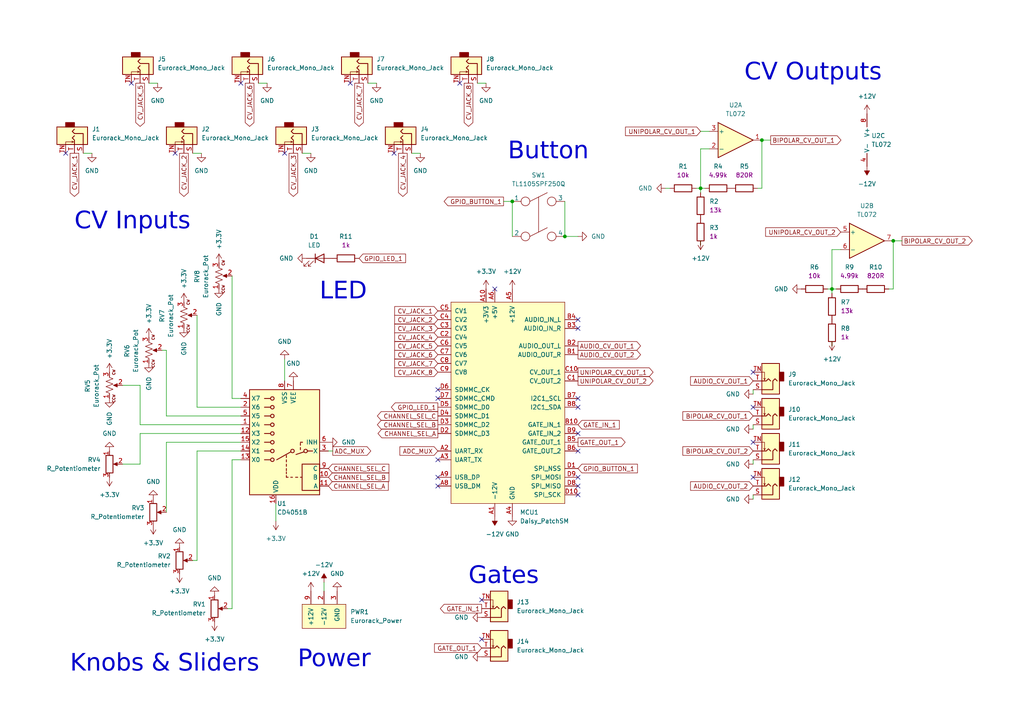
<source format=kicad_sch>
(kicad_sch (version 20230121) (generator eeschema)
  (paper "A4")
  (lib_symbols
    (symbol "10k_0603_1" (pin_numbers hide) (pin_names (offset 0))
      (property "Reference" "R1" (at 6.35 0 90))
      (property "Display" "10k" (at 3.81 0 90))
      (symbol "10k_0603_1_1_1"
        (pin passive line (at 0 3.81 270) (length 1.27) (name "~") (number "1"))
        (pin passive line (at 0 -3.81 90) (length 1.27) (name "~") (number "2"))
      )
    )
    (symbol "13k_0603_1" (pin_numbers hide) (pin_names (offset 0))
      (property "Reference" "R2" (at 2.54 1.27 0))
      (property "Display" "13k" (at 2.54 -1.27 0))
      (symbol "13k_0603_1_1_1"
        (pin passive line (at 0 3.81 270) (length 1.27) (name "~") (number "1"))
        (pin passive line (at 0 -3.81 90) (length 1.27) (name "~") (number "2"))
      )
    )
    (symbol "1k_0603_1" (pin_numbers hide) (pin_names (offset 0))
      (property "Reference" "R11" (at 6.35 0 90))
      (property "Display" "1k" (at 3.81 0 90))
      (symbol "1k_0603_1_1_1"
        (pin passive line (at 0 3.81 270) (length 1.27) (name "~") (number "1"))
        (pin passive line (at 0 -3.81 90) (length 1.27) (name "~") (number "2"))
      )
    )
    (symbol "1k_0603_2" (pin_numbers hide) (pin_names (offset 0))
      (property "Reference" "R3" (at 2.54 1.27 0))
      (property "Display" "1k" (at 2.54 -1.27 0))
      (symbol "1k_0603_2_1_1"
        (pin passive line (at 0 3.81 270) (length 1.27) (name "~") (number "1"))
        (pin passive line (at 0 -3.81 90) (length 1.27) (name "~") (number "2"))
      )
    )
    (symbol "4k99_0603_1" (pin_numbers hide) (pin_names (offset 0))
      (property "Reference" "R4" (at 6.35 0 90))
      (property "Display" "4.99k" (at 3.81 0 90))
      (symbol "4k99_0603_1_1_1"
        (pin passive line (at 0 3.81 270) (length 1.27) (name "~") (number "1"))
        (pin passive line (at 0 -3.81 90) (length 1.27) (name "~") (number "2"))
      )
    )
    (symbol "820R_0603_1" (pin_numbers hide) (pin_names (offset 0))
      (property "Reference" "R5" (at 6.35 0 90))
      (property "Display" "820R" (at 3.81 0 90))
      (symbol "820R_0603_1_1_1"
        (pin passive line (at 0 3.81 270) (length 1.27) (name "~") (number "1"))
        (pin passive line (at 0 -3.81 90) (length 1.27) (name "~") (number "2"))
      )
    )
    (symbol "Amplifier_Operational:TL072" (pin_names (offset 0.127))
      (property "Reference" "U" (at 0 5.08 0))
      (property "Value" "TL072" (at 0 -5.08 0))
      (symbol "TL072_1_1"
        (pin output line (at 7.62 0 180) (length 2.54) (name "~") (number "1"))
        (pin input line (at -7.62 -2.54 0) (length 2.54) (name "-") (number "2"))
        (pin input line (at -7.62 2.54 0) (length 2.54) (name "+") (number "3"))
      )
      (symbol "TL072_2_1"
        (pin input line (at -7.62 2.54 0) (length 2.54) (name "+") (number "5"))
        (pin input line (at -7.62 -2.54 0) (length 2.54) (name "-") (number "6"))
        (pin output line (at 7.62 0 180) (length 2.54) (name "~") (number "7"))
      )
      (symbol "TL072_3_1"
        (pin power_in line (at -2.54 -7.62 90) (length 3.81) (name "V-") (number "4"))
        (pin power_in line (at -2.54 7.62 270) (length 3.81) (name "V+") (number "8"))
      )
    )
    (symbol "Analog_Switch:CD4051B"
      (property "Reference" "U" (at -10.16 16.51 0))
      (property "Value" "CD4051B" (at 3.81 16.51 0))
      (symbol "CD4051B_1_1"
        (pin bidirectional line (at 12.7 -5.08 180) (length 2.54) (name "X4") (number "1"))
        (pin input line (at -12.7 10.16 0) (length 2.54) (name "B") (number "10"))
        (pin input line (at -12.7 12.7 0) (length 2.54) (name "A") (number "11"))
        (pin bidirectional line (at 12.7 -2.54 180) (length 2.54) (name "X3") (number "12"))
        (pin bidirectional line (at 12.7 5.08 180) (length 2.54) (name "X0") (number "13"))
        (pin bidirectional line (at 12.7 2.54 180) (length 2.54) (name "X1") (number "14"))
        (pin bidirectional line (at 12.7 0 180) (length 2.54) (name "X2") (number "15"))
        (pin power_in line (at 2.54 17.78 270) (length 2.54) (name "VDD") (number "16"))
        (pin bidirectional line (at 12.7 -10.16 180) (length 2.54) (name "X6") (number "2"))
        (pin bidirectional line (at -12.7 2.54 0) (length 2.54) (name "X") (number "3"))
        (pin bidirectional line (at 12.7 -12.7 180) (length 2.54) (name "X7") (number "4"))
        (pin bidirectional line (at 12.7 -7.62 180) (length 2.54) (name "X5") (number "5"))
        (pin input line (at -12.7 0 0) (length 2.54) (name "INH") (number "6"))
        (pin power_in line (at -2.54 -17.78 90) (length 2.54) (name "VEE") (number "7"))
        (pin power_in line (at 0 -17.78 90) (length 2.54) (name "VSS") (number "8"))
        (pin input line (at -12.7 7.62 0) (length 2.54) (name "C") (number "9"))
      )
    )
    (symbol "Device:LED" (pin_numbers hide) (pin_names (offset 1.016) hide)
      (property "Reference" "D" (at 0 2.54 0))
      (property "Value" "LED" (at 0 -2.54 0))
      (symbol "LED_1_1"
        (pin passive line (at -3.81 0 0) (length 2.54) (name "K") (number "1"))
        (pin passive line (at 3.81 0 180) (length 2.54) (name "A") (number "2"))
      )
    )
    (symbol "Device:R_Potentiometer" (pin_names (offset 1.016) hide)
      (property "Reference" "RV" (at -4.445 0 90))
      (property "Value" "R_Potentiometer" (at -2.54 0 90))
      (symbol "R_Potentiometer_1_1"
        (pin passive line (at 0 3.81 270) (length 1.27) (name "1") (number "1"))
        (pin passive line (at 3.81 0 180) (length 1.27) (name "2") (number "2"))
        (pin passive line (at 0 -3.81 90) (length 1.27) (name "3") (number "3"))
      )
    )
    (symbol "Lichen:10k_0603" (pin_numbers hide) (pin_names (offset 0))
      (property "Reference" "R7" (at 6.35 0 90))
      (property "Display" "10k" (at 3.81 0 90))
      (symbol "10k_0603_1_1"
        (pin passive line (at 0 3.81 270) (length 1.27) (name "~") (number "1"))
        (pin passive line (at 0 -3.81 90) (length 1.27) (name "~") (number "2"))
      )
    )
    (symbol "Lichen:13k_0603" (pin_numbers hide) (pin_names (offset 0))
      (property "Reference" "R2" (at 2.54 1.27 0))
      (property "Display" "13k" (at 2.54 -1.27 0))
      (symbol "13k_0603_1_1"
        (pin passive line (at 0 3.81 270) (length 1.27) (name "~") (number "1"))
        (pin passive line (at 0 -3.81 90) (length 1.27) (name "~") (number "2"))
      )
    )
    (symbol "Lichen:1k_0603" (pin_numbers hide) (pin_names (offset 0))
      (property "Reference" "R11" (at 6.35 0 90))
      (property "Display" "1k" (at 3.81 0 90))
      (symbol "1k_0603_1_1"
        (pin passive line (at 0 3.81 270) (length 1.27) (name "~") (number "1"))
        (pin passive line (at 0 -3.81 90) (length 1.27) (name "~") (number "2"))
      )
    )
    (symbol "Lichen:4k99_0603" (pin_numbers hide) (pin_names (offset 0))
      (property "Reference" "R4" (at 6.35 0 90))
      (property "Display" "4.99k" (at 3.81 0 90))
      (symbol "4k99_0603_1_1"
        (pin passive line (at 0 3.81 270) (length 1.27) (name "~") (number "1"))
        (pin passive line (at 0 -3.81 90) (length 1.27) (name "~") (number "2"))
      )
    )
    (symbol "Lichen:820R_0603" (pin_numbers hide) (pin_names (offset 0))
      (property "Reference" "R5" (at 6.35 0 90))
      (property "Display" "820R" (at 3.81 0 90))
      (symbol "820R_0603_1_1"
        (pin passive line (at 0 3.81 270) (length 1.27) (name "~") (number "1"))
        (pin passive line (at 0 -3.81 90) (length 1.27) (name "~") (number "2"))
      )
    )
    (symbol "Lichen:Daisy_Patch_Submodule" (pin_names (offset 1.016))
      (property "Reference" "MCU" (at 15.24 35.56 0))
      (property "Value" "Daisy_Patch_Submodule" (at 25.4 33.02 0))
      (symbol "Daisy_Patch_Submodule_1_1"
        (pin power_in line (at -3.81 -33.02 90) (length 3.81) (name "-12V") (number "A1"))
        (pin power_out line (at -6.35 33.02 270) (length 3.81) (name "+3V3") (number "A10"))
        (pin input line (at -20.32 -13.97 0) (length 3.81) (name "UART_RX") (number "A2"))
        (pin output line (at -20.32 -16.51 0) (length 3.81) (name "UART_TX") (number "A3"))
        (pin power_in line (at 1.27 -33.02 90) (length 3.81) (name "GND") (number "A4"))
        (pin power_in line (at 1.27 33.02 270) (length 3.81) (name "+12V") (number "A5"))
        (pin power_out line (at -3.81 33.02 270) (length 3.81) (name "+5V") (number "A6"))
        (pin bidirectional line (at -20.32 -24.13 0) (length 3.81) (name "USB_DM") (number "A8"))
        (pin bidirectional line (at -20.32 -21.59 0) (length 3.81) (name "USB_DP") (number "A9"))
        (pin output line (at 20.32 13.97 180) (length 3.81) (name "AUDIO_OUT_R") (number "B1"))
        (pin input line (at 20.32 -6.35 180) (length 3.81) (name "GATE_IN_1") (number "B10"))
        (pin output line (at 20.32 16.51 180) (length 3.81) (name "AUDIO_OUT_L") (number "B2"))
        (pin input line (at 20.32 21.59 180) (length 3.81) (name "AUDIO_IN_R") (number "B3"))
        (pin input line (at 20.32 24.13 180) (length 3.81) (name "AUDIO_IN_L") (number "B4"))
        (pin output line (at 20.32 -11.43 180) (length 3.81) (name "GATE_OUT_1") (number "B5"))
        (pin output line (at 20.32 -13.97 180) (length 3.81) (name "GATE_OUT_2") (number "B6"))
        (pin open_collector line (at 20.32 1.27 180) (length 3.81) (name "I2C1_SCL") (number "B7"))
        (pin open_collector line (at 20.32 -1.27 180) (length 3.81) (name "I2C1_SDA") (number "B8"))
        (pin input line (at 20.32 -8.89 180) (length 3.81) (name "GATE_IN_2") (number "B9"))
        (pin output line (at 20.32 6.35 180) (length 3.81) (name "CV_OUT_2") (number "C1"))
        (pin output line (at 20.32 8.89 180) (length 3.81) (name "CV_OUT_1") (number "C10"))
        (pin input line (at -20.32 19.05 0) (length 3.81) (name "CV4") (number "C2"))
        (pin input line (at -20.32 21.59 0) (length 3.81) (name "CV3") (number "C3"))
        (pin input line (at -20.32 24.13 0) (length 3.81) (name "CV2") (number "C4"))
        (pin input line (at -20.32 26.67 0) (length 3.81) (name "CV1") (number "C5"))
        (pin input line (at -20.32 16.51 0) (length 3.81) (name "CV5") (number "C6"))
        (pin input line (at -20.32 13.97 0) (length 3.81) (name "CV6") (number "C7"))
        (pin input line (at -20.32 11.43 0) (length 3.81) (name "CV7") (number "C8"))
        (pin input line (at -20.32 8.89 0) (length 3.81) (name "CV8") (number "C9"))
        (pin output line (at 20.32 -19.05 180) (length 3.81) (name "SPI_NSS") (number "D1"))
        (pin output line (at 20.32 -26.67 180) (length 3.81) (name "SPI_SCK") (number "D10"))
        (pin bidirectional line (at -20.32 -8.89 0) (length 3.81) (name "SDMMC_D3") (number "D2"))
        (pin bidirectional line (at -20.32 -6.35 0) (length 3.81) (name "SDMMC_D2") (number "D3"))
        (pin bidirectional line (at -20.32 -3.81 0) (length 3.81) (name "SDMMC_D1") (number "D4"))
        (pin bidirectional line (at -20.32 -1.27 0) (length 3.81) (name "SDMMC_D0") (number "D5"))
        (pin output line (at -20.32 3.81 0) (length 3.81) (name "SDMMC_CK") (number "D6"))
        (pin output line (at -20.32 1.27 0) (length 3.81) (name "SDMMC_CMD") (number "D7"))
        (pin input line (at 20.32 -24.13 180) (length 3.81) (name "SPI_MISO") (number "D8"))
        (pin output line (at 20.32 -21.59 180) (length 3.81) (name "SPI_MOSI") (number "D9"))
      )
    )
    (symbol "Lichen:TL1105SPF250Q" (pin_numbers hide) (pin_names (offset 0))
      (property "Reference" "SW1" (at 0 12.7 0))
      (property "Value" "TL1105SPF250Q" (at 0 10.16 0))
      (symbol "TL1105SPF250Q_1_1"
        (pin input line (at -7.62 5.08 0) (length 2.54) (name "1") (number "1"))
        (pin input line (at -7.62 -5.08 0) (length 2.54) (name "2") (number "2"))
        (pin input line (at 7.62 5.08 180) (length 2.54) (name "3") (number "3"))
        (pin input line (at 7.62 -5.08 180) (length 2.54) (name "4") (number "4"))
      )
    )
    (symbol "power:+12V" (power) (pin_names (offset 0))
      (property "Value" "+12V" (at 0 3.556 0))
      (symbol "+12V_1_1"
        (pin power_in line (at 0 0 90) (length 0) hide (name "+12V") (number "1"))
      )
    )
    (symbol "power:+3.3V" (power) (pin_names (offset 0))
      (property "Value" "+3.3V" (at 0 3.556 0))
      (symbol "+3.3V_1_1"
        (pin power_in line (at 0 0 90) (length 0) hide (name "+3.3V") (number "1"))
      )
    )
    (symbol "power:-12V" (power) (pin_names (offset 0))
      (property "Value" "-12V" (at 0 3.81 0))
      (symbol "-12V_0_0"
        (pin power_in line (at 0 0 90) (length 0) hide (name "-12V") (number "1"))
      )
    )
    (symbol "power:GND" (power) (pin_names (offset 0))
      (property "Value" "GND" (at 0 -3.81 0))
      (symbol "GND_1_1"
        (pin power_in line (at 0 0 270) (length 0) hide (name "GND") (number "1"))
      )
    )
    (symbol "winterbloom:Eurorack_Mono_Jack" (pin_names hide)
      (property "Reference" "J" (at 3.302 -4.064 0))
      (property "Value" "Eurorack_Mono_Jack" (at 0 5.08 0))
      (symbol "Eurorack_Mono_Jack_1_1"
        (pin passive line (at -5.08 -3.81 0) (length 2.54) (name "Sleeve") (number "S"))
        (pin passive line (at -5.08 -1.27 0) (length 2.54) (name "Tip") (number "T"))
        (pin passive line (at -5.08 1.27 0) (length 2.54) (name "Tip_normalize") (number "TN"))
      )
    )
    (symbol "winterbloom:Eurorack_Pot" (pin_names (offset 1.016) hide)
      (property "Reference" "RV" (at 0 4.445 0))
      (property "Value" "Eurorack_Pot" (at 0 2.54 0))
      (symbol "Eurorack_Pot_0_0"
        (text "CCW" (at -3.81 -1.27 0) (effects (font (size 0.762 0.762))))
        (text "CW" (at 3.81 -1.27 0) (effects (font (size 0.762 0.762))))
      )
      (symbol "Eurorack_Pot_1_1"
        (pin passive line (at -3.81 0 0) (length 1.27) (name "1") (number "1"))
        (pin passive line (at 0 -3.81 90) (length 1.27) (name "2") (number "2"))
        (pin passive line (at 3.81 0 180) (length 1.27) (name "3") (number "3"))
      )
    )
    (symbol "winterbloom:Eurorack_Power" (pin_names (offset 1.016))
      (property "Reference" "J" (at -0.635 7.62 0))
      (property "Value" "Eurorack_Power" (at 0 -7.62 0))
      (symbol "Eurorack_Power_1_1"
        (pin power_out line (at 7.62 0 180) (length 3.81) hide (name "-12V") (number "1"))
        (pin passive line (at 7.62 3.81 180) (length 3.81) hide (name "+12V") (number "10"))
        (pin passive line (at 7.62 0 180) (length 3.81) (name "-12V") (number "2"))
        (pin power_out line (at 7.62 -3.81 180) (length 3.81) (name "GND") (number "3"))
        (pin passive line (at 7.62 -3.81 180) (length 3.81) hide (name "GND") (number "4"))
        (pin passive line (at 7.62 -3.81 180) (length 3.81) hide (name "GND") (number "5"))
        (pin passive line (at 7.62 -3.81 180) (length 3.81) hide (name "GND") (number "6"))
        (pin passive line (at 7.62 -3.81 180) (length 3.81) hide (name "GND") (number "7"))
        (pin passive line (at 7.62 -3.81 180) (length 3.81) hide (name "GND") (number "8"))
        (pin power_out line (at 7.62 3.81 180) (length 3.81) (name "+12V") (number "9"))
      )
    )
  )
  (junction (at 220.98 40.64))
  (junction (at 241.3 83.82))
  (junction (at 203.2 54.61))
  (junction (at 163.83 68.58))
  (junction (at 148.59 58.42))
  (junction (at 259.08 69.85))
  (no_connect (at 127 115.57))
  (no_connect (at 167.64 130.81))
  (no_connect (at 167.64 95.25))
  (no_connect (at 218.44 138.43))
  (no_connect (at 69.85 24.13))
  (no_connect (at 218.44 128.27))
  (no_connect (at 133.35 24.13))
  (no_connect (at 38.1 24.13))
  (no_connect (at 139.7 173.99))
  (no_connect (at 167.64 125.73))
  (no_connect (at 167.64 115.57))
  (no_connect (at 50.8 44.45))
  (no_connect (at 218.44 118.11))
  (no_connect (at 127 113.03))
  (no_connect (at 167.64 138.43))
  (no_connect (at 218.44 107.95))
  (no_connect (at 127 140.97))
  (no_connect (at 143.51 83.82))
  (no_connect (at 167.64 92.71))
  (no_connect (at 127 138.43))
  (no_connect (at 167.64 140.97))
  (no_connect (at 114.3 44.45))
  (no_connect (at 139.7 185.42))
  (no_connect (at 101.6 24.13))
  (no_connect (at 167.64 118.11))
  (no_connect (at 167.64 143.51))
  (no_connect (at 127 133.35))
  (no_connect (at 19.05 44.45))
  (no_connect (at 82.55 44.45))
  (wire (pts (xy 203.2 54.61) (xy 203.2 55.88)))
  (wire (pts (xy 57.15 162.56) (xy 57.15 130.81)))
  (wire (pts (xy 67.31 80.01) (xy 67.31 115.57)))
  (wire (pts (xy 205.74 43.18) (xy 203.2 43.18)))
  (wire (pts (xy 57.15 130.81) (xy 69.85 130.81)))
  (wire (pts (xy 48.26 101.6) (xy 48.26 120.65)))
  (wire (pts (xy 40.64 111.76) (xy 40.64 123.19)))
  (wire (pts (xy 48.26 128.27) (xy 69.85 128.27)))
  (wire (pts (xy 67.31 133.35) (xy 67.31 176.53)))
  (wire (pts (xy 77.47 24.13) (xy 74.93 24.13)))
  (wire (pts (xy 26.67 44.45) (xy 24.13 44.45)))
  (wire (pts (xy 201.93 54.61) (xy 203.2 54.61)))
  (wire (pts (xy 40.64 123.19) (xy 69.85 123.19)))
  (wire (pts (xy 241.3 83.82) (xy 242.57 83.82)))
  (wire (pts (xy 40.64 125.73) (xy 69.85 125.73)))
  (wire (pts (xy 93.98 168.91) (xy 93.98 171.45)))
  (wire (pts (xy 240.03 83.82) (xy 241.3 83.82)))
  (wire (pts (xy 203.2 69.85) (xy 203.2 71.12)))
  (wire (pts (xy 203.2 38.1) (xy 205.74 38.1)))
  (wire (pts (xy 67.31 115.57) (xy 69.85 115.57)))
  (wire (pts (xy 80.01 151.13) (xy 80.01 146.05)))
  (wire (pts (xy 48.26 101.6) (xy 46.99 101.6)))
  (wire (pts (xy 259.08 69.85) (xy 259.08 83.82)))
  (wire (pts (xy 35.56 134.62) (xy 40.64 134.62)))
  (wire (pts (xy 241.3 99.06) (xy 241.3 100.33)))
  (wire (pts (xy 67.31 133.35) (xy 69.85 133.35)))
  (wire (pts (xy 140.97 24.13) (xy 138.43 24.13)))
  (wire (pts (xy 203.2 54.61) (xy 204.47 54.61)))
  (wire (pts (xy 241.3 72.39) (xy 243.84 72.39)))
  (wire (pts (xy 109.22 24.13) (xy 106.68 24.13)))
  (wire (pts (xy 259.08 83.82) (xy 257.81 83.82)))
  (wire (pts (xy 48.26 120.65) (xy 69.85 120.65)))
  (wire (pts (xy 220.98 40.64) (xy 223.52 40.64)))
  (wire (pts (xy 58.42 44.45) (xy 55.88 44.45)))
  (wire (pts (xy 220.98 40.64) (xy 220.98 54.61)))
  (wire (pts (xy 57.15 91.44) (xy 57.15 118.11)))
  (wire (pts (xy 57.15 162.56) (xy 55.88 162.56)))
  (wire (pts (xy 194.31 54.61) (xy 193.04 54.61)))
  (wire (pts (xy 163.83 58.42) (xy 163.83 68.58)))
  (wire (pts (xy 203.2 43.18) (xy 203.2 54.61)))
  (wire (pts (xy 82.55 104.14) (xy 82.55 110.49)))
  (wire (pts (xy 146.05 58.42) (xy 148.59 58.42)))
  (wire (pts (xy 167.64 68.58) (xy 163.83 68.58)))
  (wire (pts (xy 96.52 130.81) (xy 95.25 130.81)))
  (wire (pts (xy 218.44 124.46) (xy 218.44 123.19)))
  (wire (pts (xy 218.44 134.62) (xy 218.44 133.35)))
  (wire (pts (xy 67.31 176.53) (xy 66.04 176.53)))
  (wire (pts (xy 259.08 69.85) (xy 261.62 69.85)))
  (wire (pts (xy 148.59 58.42) (xy 148.59 68.58)))
  (wire (pts (xy 40.64 134.62) (xy 40.64 125.73)))
  (wire (pts (xy 218.44 144.78) (xy 218.44 143.51)))
  (wire (pts (xy 218.44 114.3) (xy 218.44 113.03)))
  (wire (pts (xy 57.15 118.11) (xy 69.85 118.11)))
  (wire (pts (xy 45.72 24.13) (xy 43.18 24.13)))
  (wire (pts (xy 241.3 83.82) (xy 241.3 85.09)))
  (wire (pts (xy 35.56 111.76) (xy 40.64 111.76)))
  (wire (pts (xy 90.17 44.45) (xy 87.63 44.45)))
  (wire (pts (xy 220.98 54.61) (xy 219.71 54.61)))
  (wire (pts (xy 121.92 44.45) (xy 119.38 44.45)))
  (wire (pts (xy 241.3 72.39) (xy 241.3 83.82)))
  (wire (pts (xy 48.26 148.59) (xy 48.26 128.27)))
  (text "Button" (at 147.32 48.26 0) (effects (font (size 5 5)) (justify left bottom)))
  (text "Gates" (at 135.89 171.45 0) (effects (font (size 5 5)) (justify left bottom)))
  (text "Knobs & Sliders" (at 20.32 196.85 0) (effects (font (size 5 5)) (justify left bottom)))
  (text "LED" (at 92.71 88.9 0) (effects (font (size 5 5)) (justify left bottom)))
  (text "CV Inputs" (at 21.59 68.58 0) (effects (font (size 5 5)) (justify left bottom)))
  (text "Power" (at 86.36 195.58 0) (effects (font (size 5 5)) (justify left bottom)))
  (text "CV Outputs" (at 215.9 25.4 0) (effects (font (size 5 5)) (justify left bottom)))
  (global_label "ADC_MUX" (shape input) (at 127 130.81 180) (property "Intersheetrefs" "${INTERSHEET_REFS}" (effects hide)))
  (global_label "CHANNEL_SEL_C" (shape output) (at 127 120.65 180) (property "Intersheetrefs" "${INTERSHEET_REFS}" (effects hide)))
  (global_label "BIPOLAR_CV_OUT_1" (shape input) (at 218.44 120.65 180) (property "Intersheetrefs" "${INTERSHEET_REFS}" (effects hide)))
  (global_label "UNIPOLAR_CV_OUT_1" (shape output) (at 167.64 107.95 0) (property "Intersheetrefs" "${INTERSHEET_REFS}" (effects hide)))
  (global_label "GATE_IN_1" (shape input) (at 167.64 123.19 0) (property "Intersheetrefs" "${INTERSHEET_REFS}" (effects hide)))
  (global_label "CV_JACK_5" (shape input) (at 127 100.33 180) (property "Intersheetrefs" "${INTERSHEET_REFS}" (effects hide)))
  (global_label "CV_JACK_6" (shape output) (at 72.39 24.13 270) (property "Intersheetrefs" "${INTERSHEET_REFS}" (effects hide)))
  (global_label "GPIO_BUTTON_1" (shape output) (at 146.05 58.42 180) (property "Intersheetrefs" "${INTERSHEET_REFS}" (effects hide)))
  (global_label "CV_JACK_2" (shape input) (at 127 92.71 180) (property "Intersheetrefs" "${INTERSHEET_REFS}" (effects hide)))
  (global_label "AUDIO_CV_OUT_2" (shape output) (at 167.64 102.87 0) (property "Intersheetrefs" "${INTERSHEET_REFS}" (effects hide)))
  (global_label "CV_JACK_4" (shape output) (at 116.84 44.45 270) (property "Intersheetrefs" "${INTERSHEET_REFS}" (effects hide)))
  (global_label "CV_JACK_1" (shape input) (at 127 90.17 180) (property "Intersheetrefs" "${INTERSHEET_REFS}" (effects hide)))
  (global_label "UNIPOLAR_CV_OUT_2" (shape input) (at 243.84 67.31 180) (property "Intersheetrefs" "${INTERSHEET_REFS}" (effects hide)))
  (global_label "CHANNEL_SEL_B" (shape input) (at 95.25 138.43 0) (property "Intersheetrefs" "${INTERSHEET_REFS}" (effects hide)))
  (global_label "GATE_IN_1" (shape output) (at 139.7 176.53 180) (property "Intersheetrefs" "${INTERSHEET_REFS}" (effects hide)))
  (global_label "UNIPOLAR_CV_OUT_1" (shape input) (at 203.2 38.1 180) (property "Intersheetrefs" "${INTERSHEET_REFS}" (effects hide)))
  (global_label "AUDIO_CV_OUT_1" (shape input) (at 218.44 110.49 180) (property "Intersheetrefs" "${INTERSHEET_REFS}" (effects hide)))
  (global_label "AUDIO_CV_OUT_2" (shape input) (at 218.44 140.97 180) (property "Intersheetrefs" "${INTERSHEET_REFS}" (effects hide)))
  (global_label "CHANNEL_SEL_C" (shape input) (at 95.25 135.89 0) (property "Intersheetrefs" "${INTERSHEET_REFS}" (effects hide)))
  (global_label "UNIPOLAR_CV_OUT_2" (shape output) (at 167.64 110.49 0) (property "Intersheetrefs" "${INTERSHEET_REFS}" (effects hide)))
  (global_label "GPIO_BUTTON_1" (shape input) (at 167.64 135.89 0) (property "Intersheetrefs" "${INTERSHEET_REFS}" (effects hide)))
  (global_label "CV_JACK_4" (shape input) (at 127 97.79 180) (property "Intersheetrefs" "${INTERSHEET_REFS}" (effects hide)))
  (global_label "AUDIO_CV_OUT_1" (shape output) (at 167.64 100.33 0) (property "Intersheetrefs" "${INTERSHEET_REFS}" (effects hide)))
  (global_label "GPIO_LED_1" (shape input) (at 104.14 74.93 0) (property "Intersheetrefs" "${INTERSHEET_REFS}" (effects hide)))
  (global_label "BIPOLAR_CV_OUT_1" (shape output) (at 223.52 40.64 0) (property "Intersheetrefs" "${INTERSHEET_REFS}" (effects hide)))
  (global_label "CV_JACK_8" (shape output) (at 135.89 24.13 270) (property "Intersheetrefs" "${INTERSHEET_REFS}" (effects hide)))
  (global_label "CV_JACK_2" (shape output) (at 53.34 44.45 270) (property "Intersheetrefs" "${INTERSHEET_REFS}" (effects hide)))
  (global_label "CV_JACK_8" (shape input) (at 127 107.95 180) (property "Intersheetrefs" "${INTERSHEET_REFS}" (effects hide)))
  (global_label "BIPOLAR_CV_OUT_2" (shape input) (at 218.44 130.81 180) (property "Intersheetrefs" "${INTERSHEET_REFS}" (effects hide)))
  (global_label "CV_JACK_5" (shape output) (at 40.64 24.13 270) (property "Intersheetrefs" "${INTERSHEET_REFS}" (effects hide)))
  (global_label "GATE_OUT_1" (shape output) (at 167.64 128.27 0) (property "Intersheetrefs" "${INTERSHEET_REFS}" (effects hide)))
  (global_label "CV_JACK_7" (shape input) (at 127 105.41 180) (property "Intersheetrefs" "${INTERSHEET_REFS}" (effects hide)))
  (global_label "BIPOLAR_CV_OUT_2" (shape output) (at 261.62 69.85 0) (property "Intersheetrefs" "${INTERSHEET_REFS}" (effects hide)))
  (global_label "CHANNEL_SEL_A" (shape output) (at 127 125.73 180) (property "Intersheetrefs" "${INTERSHEET_REFS}" (effects hide)))
  (global_label "ADC_MUX" (shape output) (at 96.52 130.81 0) (property "Intersheetrefs" "${INTERSHEET_REFS}" (effects hide)))
  (global_label "CV_JACK_1" (shape output) (at 21.59 44.45 270) (property "Intersheetrefs" "${INTERSHEET_REFS}" (effects hide)))
  (global_label "GPIO_LED_1" (shape output) (at 127 118.11 180) (property "Intersheetrefs" "${INTERSHEET_REFS}" (effects hide)))
  (global_label "CHANNEL_SEL_B" (shape output) (at 127 123.19 180) (property "Intersheetrefs" "${INTERSHEET_REFS}" (effects hide)))
  (global_label "CV_JACK_3" (shape output) (at 85.09 44.45 270) (property "Intersheetrefs" "${INTERSHEET_REFS}" (effects hide)))
  (global_label "CV_JACK_3" (shape input) (at 127 95.25 180) (property "Intersheetrefs" "${INTERSHEET_REFS}" (effects hide)))
  (global_label "CHANNEL_SEL_A" (shape input) (at 95.25 140.97 0) (property "Intersheetrefs" "${INTERSHEET_REFS}" (effects hide)))
  (global_label "CV_JACK_6" (shape input) (at 127 102.87 180) (property "Intersheetrefs" "${INTERSHEET_REFS}" (effects hide)))
  (global_label "GATE_OUT_1" (shape input) (at 139.7 187.96 180) (property "Intersheetrefs" "${INTERSHEET_REFS}" (effects hide)))
  (global_label "CV_JACK_7" (shape output) (at 104.14 24.13 270) (property "Intersheetrefs" "${INTERSHEET_REFS}" (effects hide)))
  (symbol (lib_id "Lichen:4k99_0603") (at 246.38 83.82 90) (unit 1)
    (property "Reference" "R9" (at 246.38 77.47 90))
    (property "Value" "5K_0603" (effects hide))
    (property "Footprint" "PCM_4ms_Resistor:R_0603" (effects hide))
    (property "Specifications" "4.99K, 1%, 1/10W, 0603" (effects hide))
    (property "Manufacturer" "UNI-ROYAL" (effects hide))
    (property "Part Number" "0603WAF4991T5E" (effects hide))
    (property "Display" "4.99k" (at 246.38 80.01 90))
    (property "LCSC" "C23046" (effects hide))
  )
  (symbol (lib_id "power:GND") (at 52.07 158.75 180) (unit 1)
    (property "Reference" "#PWR02" (effects hide))
    (property "Value" "GND" (at 52.07 153.67 0))
  )
  (symbol (lib_id "power:+12V") (at 251.46 33.02 0) (unit 1)
    (property "Reference" "#PWR044" (effects hide))
    (property "Value" "+12V" (at 251.46 27.94 0))
  )
  (symbol (lib_id "power:GND") (at 44.45 144.78 180) (unit 1)
    (property "Reference" "#PWR03" (effects hide))
    (property "Value" "GND" (at 44.45 139.7 0))
  )
  (symbol (lib_id "winterbloom:Eurorack_Mono_Jack") (at 102.87 19.05 90) (unit 1)
    (property "Reference" "J7" (at 109.22 17.145 90) (effects (justify right)))
    (property "Value" "Eurorack_Mono_Jack" (at 109.22 19.685 90) (effects (justify right)))
    (property "Footprint" "winterbloom:AudioJack_WQP518MA" (effects hide))
    (property "Datasheet" "http://www.qingpu-electronics.com/en/products/WQP-PJ398SM-362.html" (effects hide))
    (property "MPN" "WQP-WQP518MA" (effects hide))
  )
  (symbol (lib_id "power:GND") (at 85.09 110.49 180) (unit 1)
    (property "Reference" "#PWR020" (effects hide))
    (property "Value" "GND" (at 85.09 105.41 0))
  )
  (symbol (lib_id "Lichen:13k_0603") (at 241.3 88.9 0) (unit 1)
    (property "Reference" "R7" (at 243.84 87.63 0) (effects (justify left)))
    (property "Value" "13k_0603" (effects hide))
    (property "Footprint" "PCM_4ms_Resistor:R_0603" (effects hide))
    (property "Specifications" "13K, 1%, 1/10W, 0603" (effects hide))
    (property "Manufacturer" "UNI-ROYAL" (effects hide))
    (property "Part Number" "0603WAF1302T5E" (effects hide))
    (property "Display" "13k" (at 243.84 90.17 0) (effects (justify left)))
    (property "LCSC" "C22797" (effects hide))
  )
  (symbol (lib_id "power:+3.3V") (at 80.01 151.13 180) (unit 1)
    (property "Reference" "#PWR018" (effects hide))
    (property "Value" "+3.3V" (at 80.01 156.21 0))
  )
  (symbol (lib_id "Device:R_Potentiometer") (at 62.23 176.53 0) (unit 1)
    (property "Reference" "RV1" (at 59.69 175.26 0) (effects (justify right)))
    (property "Value" "R_Potentiometer" (at 59.69 177.8 0) (effects (justify right)))
    (property "Footprint" "Potentiometer_THT:Potentiometer_Bourns_PTA2043_Single_Slide" (effects hide))
  )
  (symbol (lib_id "power:GND") (at 58.42 44.45 0) (unit 1)
    (property "Reference" "#PWR023" (effects hide))
    (property "Value" "GND" (at 58.42 49.53 0))
  )
  (symbol (lib_id "power:GND") (at 82.55 104.14 180) (unit 1)
    (property "Reference" "#PWR021" (effects hide))
    (property "Value" "GND" (at 82.55 99.06 0))
  )
  (symbol (lib_id "winterbloom:Eurorack_Mono_Jack") (at 223.52 109.22 0) (unit 1)
    (property "Reference" "J9" (at 228.6 108.585 0) (effects (justify left)))
    (property "Value" "Eurorack_Mono_Jack" (at 228.6 111.125 0) (effects (justify left)))
    (property "Footprint" "winterbloom:AudioJack_WQP518MA" (effects hide))
    (property "Datasheet" "http://www.qingpu-electronics.com/en/products/WQP-PJ398SM-362.html" (effects hide))
    (property "MPN" "WQP-WQP518MA" (effects hide))
  )
  (symbol (lib_id "winterbloom:Eurorack_Mono_Jack") (at 223.52 119.38 0) (unit 1)
    (property "Reference" "J10" (at 228.6 118.745 0) (effects (justify left)))
    (property "Value" "Eurorack_Mono_Jack" (at 228.6 121.285 0) (effects (justify left)))
    (property "Footprint" "winterbloom:AudioJack_WQP518MA" (effects hide))
    (property "Datasheet" "http://www.qingpu-electronics.com/en/products/WQP-PJ398SM-362.html" (effects hide))
    (property "MPN" "WQP-WQP518MA" (effects hide))
  )
  (symbol (lib_id "Analog_Switch:CD4051B") (at 82.55 128.27 180) (unit 1)
    (property "Reference" "U1" (at 80.3559 146.05 0) (effects (justify right)))
    (property "Value" "CD4051B" (at 80.3559 148.59 0) (effects (justify right)))
    (property "Footprint" "PCM_4ms_Package_SOIC:SOIC-16_3.9x9.9mm_Pitch1.27mm" (effects hide))
    (property "Datasheet" "http://www.ti.com/lit/ds/symlink/cd4052b.pdf" (effects hide))
    (property "Manufacturer" "Texas Instruments" (effects hide))
    (property "Part Number" "CD4051BM96" (effects hide))
    (property "LCSC" "C21379" (effects hide))
  )
  (symbol (lib_id "Lichen:1k_0603") (at 241.3 96.52 0) (unit 1)
    (property "Reference" "R8" (at 243.84 95.25 0) (effects (justify left)))
    (property "Value" "1K_0603" (effects hide))
    (property "Footprint" "PCM_4ms_Resistor:R_0603" (effects hide))
    (property "Datasheet" "https://www.lcsc.com/datasheet/lcsc_datasheet_2206010130_UNI-ROYAL-Uniroyal-Elec-0603WAF1001T5E_C21190.pdf" (effects hide))
    (property "Specifications" "1K, 1%, 1/10W, 0603" (effects hide))
    (property "Manufacturer" "UNI-ROYAL" (effects hide))
    (property "Part Number" "0603WAF1001T5E" (effects hide))
    (property "Display" "1k" (at 243.84 97.79 0) (effects (justify left)))
    (property "LCSC" "C21190" (effects hide))
  )
  (symbol (lib_id "power:GND") (at 88.9 74.93 270) (unit 1)
    (property "Reference" "#PWR046" (effects hide))
    (property "Value" "GND" (at 85.09 74.93 90) (effects (justify right)))
  )
  (symbol (lib_id "winterbloom:Eurorack_Mono_Jack") (at 144.78 186.69 0) (unit 1)
    (property "Reference" "J14" (at 149.86 186.055 0) (effects (justify left)))
    (property "Value" "Eurorack_Mono_Jack" (at 149.86 188.595 0) (effects (justify left)))
    (property "Footprint" "winterbloom:AudioJack_WQP518MA" (effects hide))
    (property "Datasheet" "http://www.qingpu-electronics.com/en/products/WQP-PJ398SM-362.html" (effects hide))
    (property "MPN" "WQP-WQP518MA" (effects hide))
  )
  (symbol (lib_id "power:-12V") (at 93.98 168.91 0) (unit 1)
    (property "Reference" "#PWR036" (effects hide))
    (property "Value" "-12V" (at 93.98 163.83 0))
  )
  (symbol (lib_id "power:GND") (at 140.97 24.13 0) (unit 1)
    (property "Reference" "#PWR026" (effects hide))
    (property "Value" "GND" (at 140.97 29.21 0))
  )
  (symbol (lib_id "Amplifier_Operational:TL072") (at 251.46 69.85 0) (unit 2)
    (property "Reference" "U2" (at 251.46 59.69 0))
    (property "Value" "TL072" (at 251.46 62.23 0))
    (property "Footprint" "PCM_4ms_Package_SOIC:SOIC-8-1EP_3.9x4.9mm_Pitch1.27mm_HandSolder" (effects hide))
    (property "Datasheet" "http://www.ti.com/lit/ds/symlink/tl071.pdf" (effects hide))
    (property "Manufacturer" "STMicroelectronics" (effects hide))
    (property "Part Number" "TL072CDT" (effects hide))
    (property "LCSC" "C6961" (effects hide))
  )
  (symbol (lib_id "power:GND") (at 218.44 144.78 270) (unit 1)
    (property "Reference" "#PWR030" (effects hide))
    (property "Value" "GND" (at 214.63 144.78 90) (effects (justify right)))
  )
  (symbol (lib_id "winterbloom:Eurorack_Pot") (at 53.34 91.44 90) (unit 1)
    (property "Reference" "RV7" (at 46.99 91.6305 0))
    (property "Value" "Eurorack_Pot" (at 49.53 91.6305 0))
    (property "Footprint" "winterbloom:Potentiometer_Alpha_R0904N" (effects hide))
    (property "Datasheet" "https://s3.us-west-2.amazonaws.com/secure.notion-static.com/c2e29654-9937-4f21-ad37-19aeb30b6cf7/R0904N%28KQ%29-LWS.pdf?X-Amz-Algorithm=AWS4-HMAC-SHA256&X-Amz-Credential=AKIAT73L2G45O3KS52Y5%2F20210212%2Fus-west-2%2Fs3%2Faws4_request&X-Amz-Date=20210212T061200Z&X-Amz-Expires=86400&X-Amz-Signature=79cad3de6b24b7023aa449b148ed3570970ec3161da0e13127712a5cd74fcd34&X-Amz-SignedHeaders=host&response-content-disposition=filename%20%3D%22R0904N%28KQ%29-LWS.pdf%22" (effects hide))
    (property "MPN" "R0904N-???? L-25KQ/LWS" (effects hide))
  )
  (symbol (lib_id "winterbloom:Eurorack_Mono_Jack") (at 223.52 139.7 0) (unit 1)
    (property "Reference" "J12" (at 228.6 139.065 0) (effects (justify left)))
    (property "Value" "Eurorack_Mono_Jack" (at 228.6 141.605 0) (effects (justify left)))
    (property "Footprint" "winterbloom:AudioJack_WQP518MA" (effects hide))
    (property "Datasheet" "http://www.qingpu-electronics.com/en/products/WQP-PJ398SM-362.html" (effects hide))
    (property "MPN" "WQP-WQP518MA" (effects hide))
  )
  (symbol (lib_id "winterbloom:Eurorack_Mono_Jack") (at 52.07 39.37 90) (unit 1)
    (property "Reference" "J2" (at 58.42 37.465 90) (effects (justify right)))
    (property "Value" "Eurorack_Mono_Jack" (at 58.42 40.005 90) (effects (justify right)))
    (property "Footprint" "winterbloom:AudioJack_WQP518MA" (effects hide))
    (property "Datasheet" "http://www.qingpu-electronics.com/en/products/WQP-PJ398SM-362.html" (effects hide))
    (property "MPN" "WQP-WQP518MA" (effects hide))
  )
  (symbol (lib_id "power:GND") (at 90.17 44.45 0) (unit 1)
    (property "Reference" "#PWR024" (effects hide))
    (property "Value" "GND" (at 90.17 49.53 0))
  )
  (symbol (lib_id "Amplifier_Operational:TL072") (at 254 40.64 0) (unit 3)
    (property "Reference" "U2" (at 252.73 39.37 0) (effects (justify left)))
    (property "Value" "TL072" (at 252.73 41.91 0) (effects (justify left)))
    (property "Footprint" "PCM_4ms_Package_SOIC:SOIC-8-1EP_3.9x4.9mm_Pitch1.27mm_HandSolder" (effects hide))
    (property "Datasheet" "http://www.ti.com/lit/ds/symlink/tl071.pdf" (effects hide))
    (property "Manufacturer" "STMicroelectronics" (effects hide))
    (property "Part Number" "TL072CDT" (effects hide))
    (property "LCSC" "C6961" (effects hide))
  )
  (symbol (lib_id "winterbloom:Eurorack_Mono_Jack") (at 71.12 19.05 90) (unit 1)
    (property "Reference" "J6" (at 77.47 17.145 90) (effects (justify right)))
    (property "Value" "Eurorack_Mono_Jack" (at 77.47 19.685 90) (effects (justify right)))
    (property "Footprint" "winterbloom:AudioJack_WQP518MA" (effects hide))
    (property "Datasheet" "http://www.qingpu-electronics.com/en/products/WQP-PJ398SM-362.html" (effects hide))
    (property "MPN" "WQP-WQP518MA" (effects hide))
  )
  (symbol (lib_id "power:+3.3V") (at 44.45 152.4 180) (unit 1)
    (property "Reference" "#PWR07" (effects hide))
    (property "Value" "+3.3V" (at 44.45 157.48 0))
  )
  (symbol (lib_id "power:GND") (at 232.41 83.82 270) (unit 1)
    (property "Reference" "#PWR042" (effects hide))
    (property "Value" "GND" (at 228.6 83.82 90) (effects (justify right)))
  )
  (symbol (lib_id "winterbloom:Eurorack_Mono_Jack") (at 115.57 39.37 90) (unit 1)
    (property "Reference" "J4" (at 121.92 37.465 90) (effects (justify right)))
    (property "Value" "Eurorack_Mono_Jack" (at 121.92 40.005 90) (effects (justify right)))
    (property "Footprint" "winterbloom:AudioJack_WQP518MA" (effects hide))
    (property "Datasheet" "http://www.qingpu-electronics.com/en/products/WQP-PJ398SM-362.html" (effects hide))
    (property "MPN" "WQP-WQP518MA" (effects hide))
  )
  (symbol (lib_id "power:GND") (at 193.04 54.61 270) (unit 1)
    (property "Reference" "#PWR040" (effects hide))
    (property "Value" "GND" (at 189.23 54.61 90) (effects (justify right)))
  )
  (symbol (lib_name "10k_0603_1") (lib_id "Lichen:10k_0603") (at 198.12 54.61 90) (unit 1)
    (property "Reference" "R1" (at 198.12 48.26 90))
    (property "Value" "10k_0603" (effects hide))
    (property "Footprint" "PCM_4ms_Resistor:R_0603" (effects hide))
    (property "Specifications" "10K, 1%, 1/10W, 0603" (effects hide))
    (property "Manufacturer" "UNI-ROYAL" (effects hide))
    (property "Part Number" "0603WAF1002T5E" (effects hide))
    (property "Display" "10k" (at 198.12 50.8 90))
    (property "LCSC" "C25804" (effects hide))
  )
  (symbol (lib_id "Amplifier_Operational:TL072") (at 213.36 40.64 0) (unit 1)
    (property "Reference" "U2" (at 213.36 30.48 0))
    (property "Value" "TL072" (at 213.36 33.02 0))
    (property "Footprint" "PCM_4ms_Package_SOIC:SOIC-8-1EP_3.9x4.9mm_Pitch1.27mm_HandSolder" (effects hide))
    (property "Datasheet" "http://www.ti.com/lit/ds/symlink/tl071.pdf" (effects hide))
    (property "Manufacturer" "STMicroelectronics" (effects hide))
    (property "Part Number" "TL072CDT" (effects hide))
    (property "LCSC" "C6961" (effects hide))
  )
  (symbol (lib_id "winterbloom:Eurorack_Power") (at 93.98 179.07 90) (unit 1)
    (property "Reference" "PWR1" (at 101.6 177.4825 90) (effects (justify right)))
    (property "Value" "Eurorack_Power" (at 101.6 180.0225 90) (effects (justify right)))
    (property "Footprint" "winterbloom:Eurorack_Power_2x5_Shrouded_Lock" (effects hide))
    (property "Datasheet" "https://static6.arrow.com/aropdfconversion/1507f1621f4e67855dd466ebb3ac550d52564a9d/32302-sxx1.pdf" (effects hide))
    (property "MPN" "302-S101" (effects hide))
    (property "LCSC" "C3294463" (effects hide))
  )
  (symbol (lib_id "power:-12V") (at 251.46 48.26 180) (unit 1)
    (property "Reference" "#PWR045" (effects hide))
    (property "Value" "-12V" (at 251.46 53.34 0))
  )
  (symbol (lib_id "power:GND") (at 45.72 24.13 0) (unit 1)
    (property "Reference" "#PWR029" (effects hide))
    (property "Value" "GND" (at 45.72 29.21 0))
  )
  (symbol (lib_name "820R_0603_1") (lib_id "Lichen:820R_0603") (at 215.9 54.61 90) (unit 1)
    (property "Reference" "R5" (at 215.9 48.26 90))
    (property "Value" "820R_0603" (effects hide))
    (property "Footprint" "PCM_4ms_Resistor:R_0603" (effects hide))
    (property "Specifications" "820R, 1%, 1/10W, 0603" (effects hide))
    (property "Manufacturer" "UNI-ROYAL" (effects hide))
    (property "Part Number" "0603WAF8200T5E" (effects hide))
    (property "Display" "820R" (at 215.9 50.8 90))
    (property "LCSC" "C23253" (effects hide))
  )
  (symbol (lib_id "power:GND") (at 63.5 83.82 0) (unit 1)
    (property "Reference" "#PWR017" (effects hide))
    (property "Value" "GND" (at 63.5 87.63 90) (effects (justify right)))
  )
  (symbol (lib_name "1k_0603_2") (lib_id "Lichen:1k_0603") (at 203.2 67.31 0) (unit 1)
    (property "Reference" "R3" (at 205.74 66.04 0) (effects (justify left)))
    (property "Value" "1K_0603" (effects hide))
    (property "Footprint" "PCM_4ms_Resistor:R_0603" (effects hide))
    (property "Datasheet" "https://www.lcsc.com/datasheet/lcsc_datasheet_2206010130_UNI-ROYAL-Uniroyal-Elec-0603WAF1001T5E_C21190.pdf" (effects hide))
    (property "Specifications" "1K, 1%, 1/10W, 0603" (effects hide))
    (property "Manufacturer" "UNI-ROYAL" (effects hide))
    (property "Part Number" "0603WAF1001T5E" (effects hide))
    (property "Display" "1k" (at 205.74 68.58 0) (effects (justify left)))
    (property "LCSC" "C21190" (effects hide))
  )
  (symbol (lib_id "power:GND") (at 95.25 128.27 90) (unit 1)
    (property "Reference" "#PWR019" (effects hide))
    (property "Value" "GND" (at 99.06 128.27 90) (effects (justify right)))
  )
  (symbol (lib_id "winterbloom:Eurorack_Pot") (at 63.5 80.01 90) (unit 1)
    (property "Reference" "RV8" (at 57.15 80.2005 0))
    (property "Value" "Eurorack_Pot" (at 59.69 80.2005 0))
    (property "Footprint" "winterbloom:Potentiometer_Alpha_R0904N" (effects hide))
    (property "Datasheet" "https://s3.us-west-2.amazonaws.com/secure.notion-static.com/c2e29654-9937-4f21-ad37-19aeb30b6cf7/R0904N%28KQ%29-LWS.pdf?X-Amz-Algorithm=AWS4-HMAC-SHA256&X-Amz-Credential=AKIAT73L2G45O3KS52Y5%2F20210212%2Fus-west-2%2Fs3%2Faws4_request&X-Amz-Date=20210212T061200Z&X-Amz-Expires=86400&X-Amz-Signature=79cad3de6b24b7023aa449b148ed3570970ec3161da0e13127712a5cd74fcd34&X-Amz-SignedHeaders=host&response-content-disposition=filename%20%3D%22R0904N%28KQ%29-LWS.pdf%22" (effects hide))
    (property "MPN" "R0904N-???? L-25KQ/LWS" (effects hide))
  )
  (symbol (lib_id "power:GND") (at 218.44 114.3 270) (unit 1)
    (property "Reference" "#PWR033" (effects hide))
    (property "Value" "GND" (at 214.63 114.3 90) (effects (justify right)))
  )
  (symbol (lib_id "power:GND") (at 167.64 68.58 90) (unit 1)
    (property "Reference" "#PWR047" (effects hide))
    (property "Value" "GND" (at 171.45 68.58 90) (effects (justify right)))
  )
  (symbol (lib_id "power:+3.3V") (at 63.5 76.2 0) (unit 1)
    (property "Reference" "#PWR013" (effects hide))
    (property "Value" "+3.3V" (at 63.5 72.39 90) (effects (justify left)))
  )
  (symbol (lib_id "winterbloom:Eurorack_Mono_Jack") (at 144.78 175.26 0) (unit 1)
    (property "Reference" "J13" (at 149.86 174.625 0) (effects (justify left)))
    (property "Value" "Eurorack_Mono_Jack" (at 149.86 177.165 0) (effects (justify left)))
    (property "Footprint" "winterbloom:AudioJack_WQP518MA" (effects hide))
    (property "Datasheet" "http://www.qingpu-electronics.com/en/products/WQP-PJ398SM-362.html" (effects hide))
    (property "MPN" "WQP-WQP518MA" (effects hide))
  )
  (symbol (lib_id "power:+3.3V") (at 31.75 107.95 0) (unit 1)
    (property "Reference" "#PWR010" (effects hide))
    (property "Value" "+3.3V" (at 31.75 104.14 90) (effects (justify left)))
  )
  (symbol (lib_id "power:GND") (at 43.18 105.41 0) (unit 1)
    (property "Reference" "#PWR015" (effects hide))
    (property "Value" "GND" (at 43.18 109.22 90) (effects (justify right)))
  )
  (symbol (lib_id "Device:R_Potentiometer") (at 52.07 162.56 0) (unit 1)
    (property "Reference" "RV2" (at 49.53 161.29 0) (effects (justify right)))
    (property "Value" "R_Potentiometer" (at 49.53 163.83 0) (effects (justify right)))
    (property "Footprint" "Potentiometer_THT:Potentiometer_Bourns_PTA2043_Single_Slide" (effects hide))
  )
  (symbol (lib_id "power:GND") (at 109.22 24.13 0) (unit 1)
    (property "Reference" "#PWR027" (effects hide))
    (property "Value" "GND" (at 109.22 29.21 0))
  )
  (symbol (lib_id "power:+12V") (at 241.3 99.06 180) (unit 1)
    (property "Reference" "#PWR043" (effects hide))
    (property "Value" "+12V" (at 241.3 104.14 0))
  )
  (symbol (lib_id "power:+3.3V") (at 62.23 180.34 180) (unit 1)
    (property "Reference" "#PWR01" (effects hide))
    (property "Value" "+3.3V" (at 62.23 185.42 0))
  )
  (symbol (lib_id "power:GND") (at 139.7 190.5 270) (unit 1)
    (property "Reference" "#PWR049" (effects hide))
    (property "Value" "GND" (at 135.89 190.5 90) (effects (justify right)))
  )
  (symbol (lib_id "winterbloom:Eurorack_Mono_Jack") (at 134.62 19.05 90) (unit 1)
    (property "Reference" "J8" (at 140.97 17.145 90) (effects (justify right)))
    (property "Value" "Eurorack_Mono_Jack" (at 140.97 19.685 90) (effects (justify right)))
    (property "Footprint" "winterbloom:AudioJack_WQP518MA" (effects hide))
    (property "Datasheet" "http://www.qingpu-electronics.com/en/products/WQP-PJ398SM-362.html" (effects hide))
    (property "MPN" "WQP-WQP518MA" (effects hide))
  )
  (symbol (lib_id "Lichen:TL1105SPF250Q") (at 156.21 63.5 0) (unit 1)
    (property "Reference" "SW1" (at 156.21 50.8 0))
    (property "Value" "TL1105SPF250Q" (at 156.21 53.34 0))
    (property "Footprint" "ES_Daisy_Patch_SM_FB_Rev1:TL1105SPF250Q_SILK" (effects hide))
  )
  (symbol (lib_id "power:GND") (at 26.67 44.45 0) (unit 1)
    (property "Reference" "#PWR022" (effects hide))
    (property "Value" "GND" (at 26.67 49.53 0))
  )
  (symbol (lib_id "Device:LED") (at 92.71 74.93 0) (unit 1)
    (property "Reference" "D1" (at 91.1225 68.58 0))
    (property "Value" "LED" (at 91.1225 71.12 0))
    (property "Footprint" "PCM_4ms_LED:LED_3mm_C1A2_Polarity_Indicator" (effects hide))
  )
  (symbol (lib_id "winterbloom:Eurorack_Mono_Jack") (at 20.32 39.37 90) (unit 1)
    (property "Reference" "J1" (at 26.67 37.465 90) (effects (justify right)))
    (property "Value" "Eurorack_Mono_Jack" (at 26.67 40.005 90) (effects (justify right)))
    (property "Footprint" "winterbloom:AudioJack_WQP518MA" (effects hide))
    (property "Datasheet" "http://www.qingpu-electronics.com/en/products/WQP-PJ398SM-362.html" (effects hide))
    (property "MPN" "WQP-WQP518MA" (effects hide))
  )
  (symbol (lib_id "Device:R_Potentiometer") (at 31.75 134.62 0) (unit 1)
    (property "Reference" "RV4" (at 29.21 133.35 0) (effects (justify right)))
    (property "Value" "R_Potentiometer" (at 29.21 135.89 0) (effects (justify right)))
    (property "Footprint" "Potentiometer_THT:Potentiometer_Bourns_PTA2043_Single_Slide" (effects hide))
  )
  (symbol (lib_id "Lichen:Daisy_Patch_Submodule") (at 147.32 116.84 0) (unit 1)
    (property "Reference" "MCU1" (at 150.7841 148.59 0) (effects (justify left)))
    (property "Value" "Daisy_PatchSM" (at 150.7841 151.13 0) (effects (justify left)))
    (property "Footprint" "Lichen:Daisy_Patch_Submodule" (effects hide))
    (property "LCSC" "C843271" (effects hide))
  )
  (symbol (lib_id "power:GND") (at 148.59 149.86 0) (unit 1)
    (property "Reference" "#PWR038" (effects hide))
    (property "Value" "GND" (at 148.59 154.94 0))
  )
  (symbol (lib_id "winterbloom:Eurorack_Mono_Jack") (at 83.82 39.37 90) (unit 1)
    (property "Reference" "J3" (at 90.17 37.465 90) (effects (justify right)))
    (property "Value" "Eurorack_Mono_Jack" (at 90.17 40.005 90) (effects (justify right)))
    (property "Footprint" "winterbloom:AudioJack_WQP518MA" (effects hide))
    (property "Datasheet" "http://www.qingpu-electronics.com/en/products/WQP-PJ398SM-362.html" (effects hide))
    (property "MPN" "WQP-WQP518MA" (effects hide))
  )
  (symbol (lib_id "power:GND") (at 77.47 24.13 0) (unit 1)
    (property "Reference" "#PWR028" (effects hide))
    (property "Value" "GND" (at 77.47 29.21 0))
  )
  (symbol (lib_id "power:+12V") (at 90.17 171.45 0) (unit 1)
    (property "Reference" "#PWR034" (effects hide))
    (property "Value" "+12V" (at 90.17 166.37 0))
  )
  (symbol (lib_name "13k_0603_1") (lib_id "Lichen:13k_0603") (at 203.2 59.69 0) (unit 1)
    (property "Reference" "R2" (at 205.74 58.42 0) (effects (justify left)))
    (property "Value" "13k_0603" (effects hide))
    (property "Footprint" "PCM_4ms_Resistor:R_0603" (effects hide))
    (property "Specifications" "13K, 1%, 1/10W, 0603" (effects hide))
    (property "Manufacturer" "UNI-ROYAL" (effects hide))
    (property "Part Number" "0603WAF1302T5E" (effects hide))
    (property "Display" "13k" (at 205.74 60.96 0) (effects (justify left)))
    (property "LCSC" "C22797" (effects hide))
  )
  (symbol (lib_id "power:GND") (at 97.79 171.45 180) (unit 1)
    (property "Reference" "#PWR039" (effects hide))
    (property "Value" "GND" (at 97.79 166.37 0))
  )
  (symbol (lib_name "1k_0603_1") (lib_id "Lichen:1k_0603") (at 100.33 74.93 90) (unit 1)
    (property "Reference" "R11" (at 100.33 68.58 90))
    (property "Value" "1k_0603" (effects hide))
    (property "Footprint" "PCM_4ms_Resistor:R_0603" (effects hide))
    (property "Datasheet" "https://www.lcsc.com/datasheet/lcsc_datasheet_2206010130_UNI-ROYAL-Uniroyal-Elec-0603WAF1001T5E_C21190.pdf" (effects hide))
    (property "Specifications" "1K, 1%, 1/10W, 0603" (effects hide))
    (property "Manufacturer" "UNI-ROYAL" (effects hide))
    (property "Part Number" "0603WAF1001T5E" (effects hide))
    (property "Display" "1k" (at 100.33 71.12 90))
    (property "LCSC" "C21190" (effects hide))
  )
  (symbol (lib_id "power:+3.3V") (at 140.97 83.82 0) (unit 1)
    (property "Reference" "#PWR09" (effects hide))
    (property "Value" "+3.3V" (at 140.97 78.74 0))
  )
  (symbol (lib_id "Device:R_Potentiometer") (at 44.45 148.59 0) (unit 1)
    (property "Reference" "RV3" (at 41.91 147.32 0) (effects (justify right)))
    (property "Value" "R_Potentiometer" (at 41.91 149.86 0) (effects (justify right)))
    (property "Footprint" "Potentiometer_THT:Potentiometer_Bourns_PTA2043_Single_Slide" (effects hide))
  )
  (symbol (lib_id "power:GND") (at 218.44 134.62 270) (unit 1)
    (property "Reference" "#PWR031" (effects hide))
    (property "Value" "GND" (at 214.63 134.62 90) (effects (justify right)))
  )
  (symbol (lib_id "winterbloom:Eurorack_Mono_Jack") (at 223.52 129.54 0) (unit 1)
    (property "Reference" "J11" (at 228.6 128.905 0) (effects (justify left)))
    (property "Value" "Eurorack_Mono_Jack" (at 228.6 131.445 0) (effects (justify left)))
    (property "Footprint" "winterbloom:AudioJack_WQP518MA" (effects hide))
    (property "Datasheet" "http://www.qingpu-electronics.com/en/products/WQP-PJ398SM-362.html" (effects hide))
    (property "MPN" "WQP-WQP518MA" (effects hide))
  )
  (symbol (lib_id "power:+3.3V") (at 31.75 138.43 180) (unit 1)
    (property "Reference" "#PWR08" (effects hide))
    (property "Value" "+3.3V" (at 31.75 143.51 0))
  )
  (symbol (lib_name "4k99_0603_1") (lib_id "Lichen:4k99_0603") (at 208.28 54.61 90) (unit 1)
    (property "Reference" "R4" (at 208.28 48.26 90))
    (property "Value" "4.99K_0603" (effects hide))
    (property "Footprint" "PCM_4ms_Resistor:R_0603" (effects hide))
    (property "Specifications" "4.99K, 1%, 1/10W, 0603" (effects hide))
    (property "Manufacturer" "UNI-ROYAL" (effects hide))
    (property "Part Number" "0603WAF4991T5E" (effects hide))
    (property "Display" "4.99k" (at 208.28 50.8 90))
    (property "LCSC" "C23046" (effects hide))
  )
  (symbol (lib_id "power:GND") (at 31.75 130.81 180) (unit 1)
    (property "Reference" "#PWR04" (effects hide))
    (property "Value" "GND" (at 31.75 125.73 0))
  )
  (symbol (lib_id "power:GND") (at 31.75 115.57 0) (unit 1)
    (property "Reference" "#PWR014" (effects hide))
    (property "Value" "GND" (at 31.75 119.38 90) (effects (justify right)))
  )
  (symbol (lib_id "Lichen:820R_0603") (at 254 83.82 90) (unit 1)
    (property "Reference" "R10" (at 254 77.47 90))
    (property "Value" "820R_0603" (effects hide))
    (property "Footprint" "PCM_4ms_Resistor:R_0603" (effects hide))
    (property "Specifications" "820R, 1%, 1/10W, 0603" (effects hide))
    (property "Manufacturer" "UNI-ROYAL" (effects hide))
    (property "Part Number" "0603WAF8200T5E" (effects hide))
    (property "Display" "820R" (at 254 80.01 90))
    (property "LCSC" "C23253" (effects hide))
  )
  (symbol (lib_id "power:+3.3V") (at 52.07 166.37 180) (unit 1)
    (property "Reference" "#PWR06" (effects hide))
    (property "Value" "+3.3V" (at 52.07 171.45 0))
  )
  (symbol (lib_id "power:+3.3V") (at 43.18 97.79 0) (unit 1)
    (property "Reference" "#PWR011" (effects hide))
    (property "Value" "+3.3V" (at 43.18 93.98 90) (effects (justify left)))
  )
  (symbol (lib_id "power:GND") (at 53.34 95.25 0) (unit 1)
    (property "Reference" "#PWR016" (effects hide))
    (property "Value" "GND" (at 53.34 99.06 90) (effects (justify right)))
  )
  (symbol (lib_id "power:GND") (at 62.23 172.72 180) (unit 1)
    (property "Reference" "#PWR05" (effects hide))
    (property "Value" "GND" (at 62.23 167.64 0))
  )
  (symbol (lib_id "winterbloom:Eurorack_Pot") (at 31.75 111.76 90) (unit 1)
    (property "Reference" "RV5" (at 25.4 111.9505 0))
    (property "Value" "Eurorack_Pot" (at 27.94 111.9505 0))
    (property "Footprint" "winterbloom:Potentiometer_Alpha_R0904N" (effects hide))
    (property "Datasheet" "https://s3.us-west-2.amazonaws.com/secure.notion-static.com/c2e29654-9937-4f21-ad37-19aeb30b6cf7/R0904N%28KQ%29-LWS.pdf?X-Amz-Algorithm=AWS4-HMAC-SHA256&X-Amz-Credential=AKIAT73L2G45O3KS52Y5%2F20210212%2Fus-west-2%2Fs3%2Faws4_request&X-Amz-Date=20210212T061200Z&X-Amz-Expires=86400&X-Amz-Signature=79cad3de6b24b7023aa449b148ed3570970ec3161da0e13127712a5cd74fcd34&X-Amz-SignedHeaders=host&response-content-disposition=filename%20%3D%22R0904N%28KQ%29-LWS.pdf%22" (effects hide))
    (property "MPN" "R0904N-???? L-25KQ/LWS" (effects hide))
  )
  (symbol (lib_id "power:GND") (at 218.44 124.46 270) (unit 1)
    (property "Reference" "#PWR032" (effects hide))
    (property "Value" "GND" (at 214.63 124.46 90) (effects (justify right)))
  )
  (symbol (lib_id "power:+12V") (at 148.59 83.82 0) (unit 1)
    (property "Reference" "#PWR035" (effects hide))
    (property "Value" "+12V" (at 148.59 78.74 0))
  )
  (symbol (lib_id "power:GND") (at 121.92 44.45 0) (unit 1)
    (property "Reference" "#PWR025" (effects hide))
    (property "Value" "GND" (at 121.92 49.53 0))
  )
  (symbol (lib_id "power:GND") (at 139.7 179.07 270) (unit 1)
    (property "Reference" "#PWR048" (effects hide))
    (property "Value" "GND" (at 135.89 179.07 90) (effects (justify right)))
  )
  (symbol (lib_id "power:+12V") (at 203.2 69.85 180) (unit 1)
    (property "Reference" "#PWR041" (effects hide))
    (property "Value" "+12V" (at 203.2 74.93 0))
  )
  (symbol (lib_id "winterbloom:Eurorack_Pot") (at 43.18 101.6 90) (unit 1)
    (property "Reference" "RV6" (at 36.83 101.7905 0))
    (property "Value" "Eurorack_Pot" (at 39.37 101.7905 0))
    (property "Footprint" "winterbloom:Potentiometer_Alpha_R0904N" (effects hide))
    (property "Datasheet" "https://s3.us-west-2.amazonaws.com/secure.notion-static.com/c2e29654-9937-4f21-ad37-19aeb30b6cf7/R0904N%28KQ%29-LWS.pdf?X-Amz-Algorithm=AWS4-HMAC-SHA256&X-Amz-Credential=AKIAT73L2G45O3KS52Y5%2F20210212%2Fus-west-2%2Fs3%2Faws4_request&X-Amz-Date=20210212T061200Z&X-Amz-Expires=86400&X-Amz-Signature=79cad3de6b24b7023aa449b148ed3570970ec3161da0e13127712a5cd74fcd34&X-Amz-SignedHeaders=host&response-content-disposition=filename%20%3D%22R0904N%28KQ%29-LWS.pdf%22" (effects hide))
    (property "MPN" "R0904N-???? L-25KQ/LWS" (effects hide))
  )
  (symbol (lib_id "winterbloom:Eurorack_Mono_Jack") (at 39.37 19.05 90) (unit 1)
    (property "Reference" "J5" (at 45.72 17.145 90) (effects (justify right)))
    (property "Value" "Eurorack_Mono_Jack" (at 45.72 19.685 90) (effects (justify right)))
    (property "Footprint" "winterbloom:AudioJack_WQP518MA" (effects hide))
    (property "Datasheet" "http://www.qingpu-electronics.com/en/products/WQP-PJ398SM-362.html" (effects hide))
    (property "MPN" "WQP-WQP518MA" (effects hide))
  )
  (symbol (lib_id "power:-12V") (at 143.51 149.86 180) (unit 1)
    (property "Reference" "#PWR037" (effects hide))
    (property "Value" "-12V" (at 143.51 154.94 0))
  )
  (symbol (lib_id "power:+3.3V") (at 53.34 87.63 0) (unit 1)
    (property "Reference" "#PWR012" (effects hide))
    (property "Value" "+3.3V" (at 53.34 83.82 90) (effects (justify left)))
  )
  (symbol (lib_id "Lichen:10k_0603") (at 236.22 83.82 90) (unit 1)
    (property "Reference" "R6" (at 236.22 77.47 90))
    (property "Value" "10k_0603" (effects hide))
    (property "Footprint" "PCM_4ms_Resistor:R_0603" (effects hide))
    (property "Specifications" "10K, 1%, 1/10W, 0603" (effects hide))
    (property "Manufacturer" "UNI-ROYAL" (effects hide))
    (property "Part Number" "0603WAF1002T5E" (effects hide))
    (property "Display" "10k" (at 236.22 80.01 90))
    (property "LCSC" "C25804" (effects hide))
  )
)
</source>
